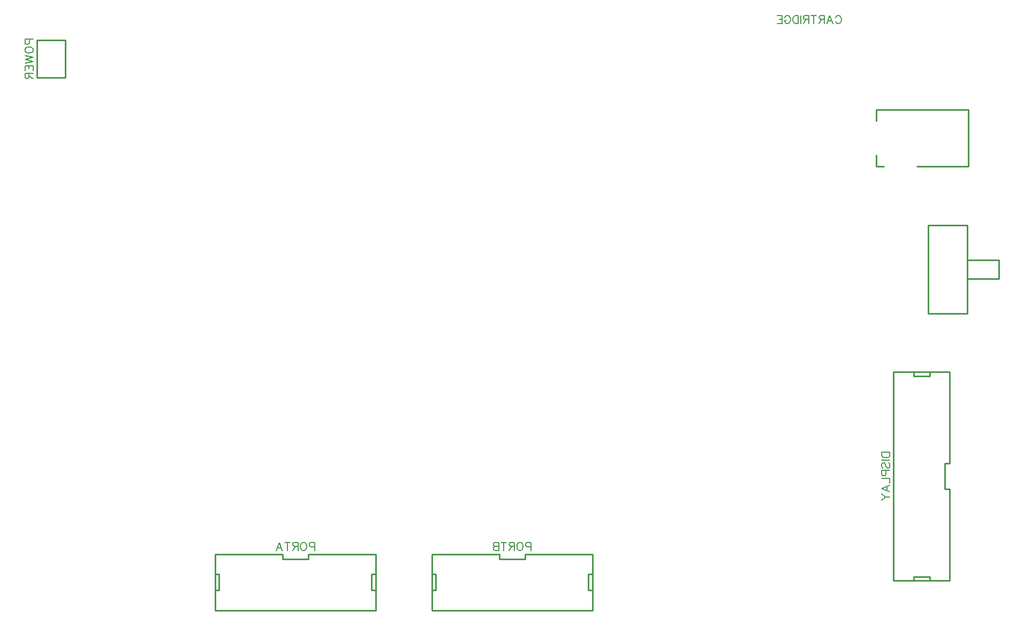
<source format=gbr>
G04 DipTrace 2.4.0.2*
%INBottomSilk.gbr*%
%MOIN*%
%ADD10C,0.0098*%
%ADD79C,0.0077*%
%FSLAX44Y44*%
G04*
G70*
G90*
G75*
G01*
%LNBotSilk*%
%LPD*%
X57501Y3100D2*
D10*
Y3347D1*
X56499D2*
X57501D1*
X56499Y3100D2*
Y3347D1*
X57501Y15853D2*
Y16100D1*
X56499Y15853D2*
X57501D1*
X56499D2*
Y16100D1*
X55250D2*
X58750D1*
X55250Y3100D2*
X58750D1*
X55250D2*
Y16100D1*
X58449Y8794D2*
X58750D1*
X58449D2*
Y10406D1*
X58750D1*
Y3100D2*
Y8794D1*
Y10406D2*
Y16100D1*
X13250Y3501D2*
X13000D1*
X13250Y2499D2*
Y3501D1*
Y2499D2*
X13000D1*
X23000Y3501D2*
X22750D1*
Y2499D2*
Y3501D1*
X23000Y2499D2*
X22750D1*
X13000Y1250D2*
Y4750D1*
X23000Y1250D2*
Y4750D1*
Y1250D2*
X13000D1*
X17200Y4449D2*
Y4750D1*
X18800Y4449D2*
X17200D1*
X18800D2*
Y4750D1*
X17200D2*
X13000D1*
X23000D2*
X18800D1*
X26750Y3501D2*
X26500D1*
X26750Y2499D2*
Y3501D1*
Y2499D2*
X26500D1*
X36500Y3501D2*
X36250D1*
Y2499D2*
Y3501D1*
X36500Y2499D2*
X36250D1*
X26500Y1250D2*
Y4750D1*
X36500Y1250D2*
Y4750D1*
Y1250D2*
X26500D1*
X30700Y4449D2*
Y4750D1*
X32300Y4449D2*
X30700D1*
X32300D2*
Y4750D1*
X30700D2*
X26500D1*
X36500D2*
X32300D1*
X54184Y29606D2*
Y28898D1*
X59893Y32441D2*
X54184D1*
Y31732D1*
Y28898D2*
X54636D1*
X56723D2*
X59893D1*
Y32441D1*
X3669Y34449D2*
X1898D1*
Y36771D1*
X3669D1*
Y34449D1*
X57405Y25246D2*
X59846D1*
Y19734D1*
X57405D1*
Y25246D1*
X59846Y23080D2*
X61814D1*
X59846Y21900D2*
X61814D1*
Y23080D2*
Y21900D1*
X54518Y11092D2*
D79*
X55020D1*
Y10924D1*
X54996Y10852D1*
X54948Y10804D1*
X54900Y10781D1*
X54829Y10757D1*
X54709D1*
X54637Y10781D1*
X54590Y10804D1*
X54542Y10852D1*
X54518Y10924D1*
Y11092D1*
Y10602D2*
X55020D1*
X54590Y10113D2*
X54542Y10161D1*
X54518Y10232D1*
Y10328D1*
X54542Y10400D1*
X54590Y10448D1*
X54637D1*
X54685Y10424D1*
X54709Y10400D1*
X54733Y10352D1*
X54781Y10209D1*
X54805Y10161D1*
X54829Y10137D1*
X54876Y10113D1*
X54948D1*
X54996Y10161D1*
X55020Y10232D1*
Y10328D1*
X54996Y10400D1*
X54948Y10448D1*
X54781Y9959D2*
Y9743D1*
X54757Y9672D1*
X54733Y9648D1*
X54685Y9624D1*
X54613D1*
X54566Y9648D1*
X54542Y9672D1*
X54518Y9743D1*
Y9959D1*
X55020D1*
X54518Y9469D2*
X55020D1*
Y9183D1*
Y8645D2*
X54518Y8837D1*
X55020Y9028D1*
X54853Y8956D2*
Y8717D1*
X54518Y8491D2*
X54757Y8299D1*
X55020D1*
X54518Y8108D2*
X54757Y8299D1*
X19194Y5219D2*
X18978D1*
X18907Y5243D1*
X18883Y5267D1*
X18859Y5315D1*
Y5387D1*
X18883Y5434D1*
X18907Y5458D1*
X18978Y5482D1*
X19194D1*
Y4980D1*
X18561Y5482D2*
X18609Y5458D1*
X18657Y5410D1*
X18681Y5363D1*
X18705Y5291D1*
Y5171D1*
X18681Y5100D1*
X18657Y5052D1*
X18609Y5004D1*
X18561Y4980D1*
X18465D1*
X18418Y5004D1*
X18370Y5052D1*
X18346Y5100D1*
X18322Y5171D1*
Y5291D1*
X18346Y5363D1*
X18370Y5410D1*
X18418Y5458D1*
X18465Y5482D1*
X18561D1*
X18168Y5243D2*
X17953D1*
X17881Y5267D1*
X17857Y5291D1*
X17833Y5339D1*
Y5387D1*
X17857Y5434D1*
X17881Y5458D1*
X17953Y5482D1*
X18168D1*
Y4980D1*
X18000Y5243D2*
X17833Y4980D1*
X17511Y5482D2*
Y4980D1*
X17678Y5482D2*
X17343D1*
X16806Y4980D2*
X16998Y5482D1*
X17189Y4980D1*
X17117Y5147D2*
X16878D1*
X32670Y5219D2*
X32454D1*
X32383Y5243D1*
X32359Y5267D1*
X32335Y5315D1*
Y5387D1*
X32359Y5434D1*
X32383Y5458D1*
X32454Y5482D1*
X32670D1*
Y4980D1*
X32037Y5482D2*
X32085Y5458D1*
X32132Y5410D1*
X32157Y5363D1*
X32181Y5291D1*
Y5171D1*
X32157Y5100D1*
X32132Y5052D1*
X32085Y5004D1*
X32037Y4980D1*
X31941D1*
X31894Y5004D1*
X31846Y5052D1*
X31822Y5100D1*
X31798Y5171D1*
Y5291D1*
X31822Y5363D1*
X31846Y5410D1*
X31894Y5458D1*
X31941Y5482D1*
X32037D1*
X31644Y5243D2*
X31429D1*
X31357Y5267D1*
X31333Y5291D1*
X31309Y5339D1*
Y5387D1*
X31333Y5434D1*
X31357Y5458D1*
X31429Y5482D1*
X31644D1*
Y4980D1*
X31476Y5243D2*
X31309Y4980D1*
X30987Y5482D2*
Y4980D1*
X31154Y5482D2*
X30819D1*
X30665D2*
Y4980D1*
X30449D1*
X30378Y5004D1*
X30354Y5028D1*
X30330Y5075D1*
Y5147D1*
X30354Y5195D1*
X30378Y5219D1*
X30449Y5243D1*
X30378Y5267D1*
X30354Y5291D1*
X30330Y5339D1*
Y5387D1*
X30354Y5434D1*
X30378Y5458D1*
X30449Y5482D1*
X30665D1*
Y5243D2*
X30449D1*
X51634Y38188D2*
X51658Y38235D1*
X51706Y38283D1*
X51754Y38307D1*
X51849D1*
X51897Y38283D1*
X51945Y38235D1*
X51969Y38188D1*
X51993Y38116D1*
Y37996D1*
X51969Y37925D1*
X51945Y37877D1*
X51897Y37829D1*
X51849Y37805D1*
X51754D1*
X51706Y37829D1*
X51658Y37877D1*
X51634Y37925D1*
X51097Y37805D2*
X51289Y38307D1*
X51480Y37805D1*
X51408Y37972D2*
X51169D1*
X50942Y38068D2*
X50727D1*
X50656Y38092D1*
X50631Y38116D1*
X50608Y38164D1*
Y38212D1*
X50631Y38259D1*
X50656Y38283D1*
X50727Y38307D1*
X50942D1*
Y37805D1*
X50775Y38068D2*
X50608Y37805D1*
X50286Y38307D2*
Y37805D1*
X50453Y38307D2*
X50118D1*
X49964Y38068D2*
X49749D1*
X49677Y38092D1*
X49653Y38116D1*
X49629Y38164D1*
Y38212D1*
X49653Y38259D1*
X49677Y38283D1*
X49749Y38307D1*
X49964D1*
Y37805D1*
X49796Y38068D2*
X49629Y37805D1*
X49474Y38307D2*
Y37805D1*
X49320Y38307D2*
Y37805D1*
X49153D1*
X49081Y37829D1*
X49033Y37877D1*
X49009Y37925D1*
X48985Y37996D1*
Y38116D1*
X49009Y38188D1*
X49033Y38235D1*
X49081Y38283D1*
X49153Y38307D1*
X49320D1*
X48472Y38188D2*
X48496Y38235D1*
X48544Y38283D1*
X48591Y38307D1*
X48687D1*
X48735Y38283D1*
X48783Y38235D1*
X48807Y38188D1*
X48831Y38116D1*
Y37996D1*
X48807Y37925D1*
X48783Y37877D1*
X48735Y37829D1*
X48687Y37805D1*
X48591D1*
X48544Y37829D1*
X48496Y37877D1*
X48472Y37925D1*
Y37996D1*
X48591D1*
X48007Y38307D2*
X48318D1*
Y37805D1*
X48007D1*
X48318Y38068D2*
X48126D1*
X1428Y36840D2*
Y36624D1*
X1405Y36553D1*
X1380Y36528D1*
X1333Y36505D1*
X1261D1*
X1213Y36528D1*
X1189Y36553D1*
X1165Y36624D1*
Y36840D1*
X1668D1*
X1165Y36207D2*
X1189Y36255D1*
X1237Y36302D1*
X1285Y36326D1*
X1357Y36350D1*
X1477D1*
X1548Y36326D1*
X1596Y36302D1*
X1643Y36255D1*
X1668Y36207D1*
Y36111D1*
X1643Y36063D1*
X1596Y36015D1*
X1548Y35992D1*
X1477Y35968D1*
X1357D1*
X1285Y35992D1*
X1237Y36015D1*
X1189Y36063D1*
X1165Y36111D1*
Y36207D1*
Y35813D2*
X1668Y35693D1*
X1165Y35574D1*
X1668Y35455D1*
X1165Y35335D1*
Y34870D2*
Y35180D1*
X1668D1*
Y34870D1*
X1405Y35180D2*
Y34989D1*
Y34715D2*
Y34500D1*
X1380Y34429D1*
X1357Y34404D1*
X1309Y34380D1*
X1261D1*
X1213Y34404D1*
X1189Y34429D1*
X1165Y34500D1*
Y34715D1*
X1668D1*
X1405Y34548D2*
X1668Y34380D1*
M02*

</source>
